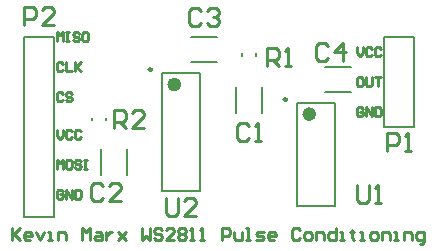
<source format=gto>
G04*
G04 #@! TF.GenerationSoftware,Altium Limited,Altium Designer,20.2.6 (244)*
G04*
G04 Layer_Color=65535*
%FSLAX25Y25*%
%MOIN*%
G70*
G04*
G04 #@! TF.SameCoordinates,218AD5E3-DD01-4129-9E62-BF2858C15206*
G04*
G04*
G04 #@! TF.FilePolarity,Positive*
G04*
G01*
G75*
%ADD10C,0.02362*%
%ADD11C,0.00984*%
%ADD12C,0.00787*%
%ADD13C,0.01000*%
D10*
X276319Y328996D02*
G03*
X276319Y328996I-1181J0D01*
G01*
X321319Y319134D02*
G03*
X321319Y319134I-1181J0D01*
G01*
D11*
X267657Y333996D02*
G03*
X267657Y333996I-492J0D01*
G01*
X312657Y323996D02*
G03*
X312657Y323996I-492J0D01*
G01*
D12*
X225000Y285000D02*
X235000D01*
X225000Y345000D02*
X235000D01*
Y285000D02*
Y345000D01*
X225000Y285000D02*
Y345000D01*
X345000Y315000D02*
Y345000D01*
Y315000D02*
X355000D01*
Y345000D01*
X345000D02*
X355000D01*
X280669Y336516D02*
X289331D01*
X280669Y344980D02*
X289331D01*
X304232Y319370D02*
Y328031D01*
X295768Y319370D02*
Y328031D01*
X302264Y338602D02*
Y339390D01*
X297736Y338602D02*
Y339390D01*
X252264Y317106D02*
Y317894D01*
X247736Y317106D02*
Y317894D01*
X250768Y298917D02*
Y307579D01*
X259232Y298917D02*
Y307579D01*
X325217Y326516D02*
X333878D01*
X325217Y334980D02*
X333878D01*
X271201Y293563D02*
X283799D01*
X271201Y332933D02*
X283799D01*
Y293563D02*
Y332933D01*
X271201Y293563D02*
Y332933D01*
X316201Y288524D02*
X328799D01*
X316201Y322972D02*
X328799D01*
Y288524D02*
Y322972D01*
X316201Y288524D02*
Y322972D01*
D13*
X225002Y348753D02*
Y354751D01*
X228001D01*
X229000Y353751D01*
Y351752D01*
X228001Y350752D01*
X225002D01*
X234998Y348753D02*
X231000D01*
X234998Y352752D01*
Y353751D01*
X233999Y354751D01*
X231999D01*
X231000Y353751D01*
X346001Y307001D02*
Y312999D01*
X349000D01*
X350000Y311999D01*
Y310000D01*
X349000Y309000D01*
X346001D01*
X351999Y307001D02*
X353999D01*
X352999D01*
Y312999D01*
X351999Y311999D01*
X284049Y353396D02*
X283049Y354396D01*
X281050D01*
X280050Y353396D01*
Y349398D01*
X281050Y348398D01*
X283049D01*
X284049Y349398D01*
X286048Y353396D02*
X287048Y354396D01*
X289047D01*
X290047Y353396D01*
Y352397D01*
X289047Y351397D01*
X288047D01*
X289047D01*
X290047Y350397D01*
Y349398D01*
X289047Y348398D01*
X287048D01*
X286048Y349398D01*
X300000Y315247D02*
X299000Y316247D01*
X297001D01*
X296001Y315247D01*
Y311249D01*
X297001Y310249D01*
X299000D01*
X300000Y311249D01*
X301999Y310249D02*
X303999D01*
X302999D01*
Y316247D01*
X301999Y315247D01*
X306001Y335249D02*
Y341247D01*
X309000D01*
X310000Y340247D01*
Y338248D01*
X309000Y337248D01*
X306001D01*
X308001D02*
X310000Y335249D01*
X311999D02*
X313999D01*
X312999D01*
Y341247D01*
X311999Y340247D01*
X255002Y314501D02*
Y320499D01*
X258001D01*
X259000Y319499D01*
Y317500D01*
X258001Y316500D01*
X255002D01*
X257001D02*
X259000Y314501D01*
X264998D02*
X261000D01*
X264998Y318500D01*
Y319499D01*
X263999Y320499D01*
X261999D01*
X261000Y319499D01*
X251500Y295247D02*
X250501Y296247D01*
X248501D01*
X247502Y295247D01*
Y291249D01*
X248501Y290249D01*
X250501D01*
X251500Y291249D01*
X257498Y290249D02*
X253500D01*
X257498Y294248D01*
Y295247D01*
X256499Y296247D01*
X254499D01*
X253500Y295247D01*
X326500Y341999D02*
X325501Y342999D01*
X323501D01*
X322502Y341999D01*
Y338001D01*
X323501Y337001D01*
X325501D01*
X326500Y338001D01*
X331499Y337001D02*
Y342999D01*
X328500Y340000D01*
X332498D01*
X272502Y291247D02*
Y286249D01*
X273501Y285249D01*
X275501D01*
X276500Y286249D01*
Y291247D01*
X282498Y285249D02*
X278500D01*
X282498Y289248D01*
Y290247D01*
X281499Y291247D01*
X279499D01*
X278500Y290247D01*
X336001Y295499D02*
Y290501D01*
X337001Y289501D01*
X339000D01*
X340000Y290501D01*
Y295499D01*
X341999Y289501D02*
X343999D01*
X342999D01*
Y295499D01*
X341999Y294499D01*
X237999Y293499D02*
X237499Y293999D01*
X236500D01*
X236000Y293499D01*
Y291500D01*
X236500Y291000D01*
X237499D01*
X237999Y291500D01*
Y292499D01*
X237000D01*
X238999Y291000D02*
Y293999D01*
X240998Y291000D01*
Y293999D01*
X241998D02*
Y291000D01*
X243498D01*
X243997Y291500D01*
Y293499D01*
X243498Y293999D01*
X241998D01*
X237999Y325999D02*
X237499Y326499D01*
X236500D01*
X236000Y325999D01*
Y324000D01*
X236500Y323500D01*
X237499D01*
X237999Y324000D01*
X240998Y325999D02*
X240498Y326499D01*
X239499D01*
X238999Y325999D01*
Y325499D01*
X239499Y324999D01*
X240498D01*
X240998Y324500D01*
Y324000D01*
X240498Y323500D01*
X239499D01*
X238999Y324000D01*
X336000Y341499D02*
Y339500D01*
X337000Y338500D01*
X337999Y339500D01*
Y341499D01*
X340998Y340999D02*
X340498Y341499D01*
X339499D01*
X338999Y340999D01*
Y339000D01*
X339499Y338500D01*
X340498D01*
X340998Y339000D01*
X343997Y340999D02*
X343498Y341499D01*
X342498D01*
X341998Y340999D01*
Y339000D01*
X342498Y338500D01*
X343498D01*
X343997Y339000D01*
X236000Y313999D02*
Y312000D01*
X237000Y311000D01*
X237999Y312000D01*
Y313999D01*
X240998Y313499D02*
X240498Y313999D01*
X239499D01*
X238999Y313499D01*
Y311500D01*
X239499Y311000D01*
X240498D01*
X240998Y311500D01*
X243997Y313499D02*
X243498Y313999D01*
X242498D01*
X241998Y313499D01*
Y311500D01*
X242498Y311000D01*
X243498D01*
X243997Y311500D01*
X236000Y301000D02*
Y303999D01*
X237000Y302999D01*
X237999Y303999D01*
Y301000D01*
X240498Y303999D02*
X239499D01*
X238999Y303499D01*
Y301500D01*
X239499Y301000D01*
X240498D01*
X240998Y301500D01*
Y303499D01*
X240498Y303999D01*
X243997Y303499D02*
X243498Y303999D01*
X242498D01*
X241998Y303499D01*
Y302999D01*
X242498Y302500D01*
X243498D01*
X243997Y302000D01*
Y301500D01*
X243498Y301000D01*
X242498D01*
X241998Y301500D01*
X244997Y303999D02*
X245997D01*
X245497D01*
Y301000D01*
X244997D01*
X245997D01*
X237999Y335999D02*
X237499Y336499D01*
X236500D01*
X236000Y335999D01*
Y334000D01*
X236500Y333500D01*
X237499D01*
X237999Y334000D01*
X238999Y336499D02*
Y333500D01*
X240998D01*
X241998Y336499D02*
Y333500D01*
Y334500D01*
X243997Y336499D01*
X242498Y334999D01*
X243997Y333500D01*
X236000Y343500D02*
Y346499D01*
X237000Y345499D01*
X237999Y346499D01*
Y343500D01*
X238999Y346499D02*
X239999D01*
X239499D01*
Y343500D01*
X238999D01*
X239999D01*
X243498Y345999D02*
X242998Y346499D01*
X241998D01*
X241498Y345999D01*
Y345499D01*
X241998Y345000D01*
X242998D01*
X243498Y344500D01*
Y344000D01*
X242998Y343500D01*
X241998D01*
X241498Y344000D01*
X245997Y346499D02*
X244997D01*
X244497Y345999D01*
Y344000D01*
X244997Y343500D01*
X245997D01*
X246497Y344000D01*
Y345999D01*
X245997Y346499D01*
X337999Y320999D02*
X337499Y321499D01*
X336500D01*
X336000Y320999D01*
Y319000D01*
X336500Y318500D01*
X337499D01*
X337999Y319000D01*
Y320000D01*
X337000D01*
X338999Y318500D02*
Y321499D01*
X340998Y318500D01*
Y321499D01*
X341998D02*
Y318500D01*
X343498D01*
X343997Y319000D01*
Y320999D01*
X343498Y321499D01*
X341998D01*
X337499Y331499D02*
X336500D01*
X336000Y330999D01*
Y329000D01*
X336500Y328500D01*
X337499D01*
X337999Y329000D01*
Y330999D01*
X337499Y331499D01*
X338999D02*
Y329000D01*
X339499Y328500D01*
X340498D01*
X340998Y329000D01*
Y331499D01*
X341998D02*
X343997D01*
X342998D01*
Y328500D01*
X221000Y281332D02*
Y277333D01*
Y278666D01*
X223666Y281332D01*
X221666Y279332D01*
X223666Y277333D01*
X226998D02*
X225665D01*
X224999Y277999D01*
Y279332D01*
X225665Y279999D01*
X226998D01*
X227664Y279332D01*
Y278666D01*
X224999D01*
X228997Y279999D02*
X230330Y277333D01*
X231663Y279999D01*
X232996Y277333D02*
X234329D01*
X233663D01*
Y279999D01*
X232996D01*
X236328Y277333D02*
Y279999D01*
X238328D01*
X238994Y279332D01*
Y277333D01*
X244326D02*
Y281332D01*
X245659Y279999D01*
X246992Y281332D01*
Y277333D01*
X248991Y279999D02*
X250324D01*
X250990Y279332D01*
Y277333D01*
X248991D01*
X248324Y277999D01*
X248991Y278666D01*
X250990D01*
X252323Y279999D02*
Y277333D01*
Y278666D01*
X252990Y279332D01*
X253656Y279999D01*
X254323D01*
X256322D02*
X258988Y277333D01*
X257655Y278666D01*
X258988Y279999D01*
X256322Y277333D01*
X264319Y281332D02*
Y277333D01*
X265652Y278666D01*
X266985Y277333D01*
Y281332D01*
X270984Y280665D02*
X270317Y281332D01*
X268985D01*
X268318Y280665D01*
Y279999D01*
X268985Y279332D01*
X270317D01*
X270984Y278666D01*
Y277999D01*
X270317Y277333D01*
X268985D01*
X268318Y277999D01*
X274983Y277333D02*
X272317D01*
X274983Y279999D01*
Y280665D01*
X274316Y281332D01*
X272983D01*
X272317Y280665D01*
X276315D02*
X276982Y281332D01*
X278315D01*
X278981Y280665D01*
Y279999D01*
X278315Y279332D01*
X278981Y278666D01*
Y277999D01*
X278315Y277333D01*
X276982D01*
X276315Y277999D01*
Y278666D01*
X276982Y279332D01*
X276315Y279999D01*
Y280665D01*
X276982Y279332D02*
X278315D01*
X280314Y277333D02*
X281647D01*
X280981D01*
Y281332D01*
X280314Y280665D01*
X283646Y277333D02*
X284979D01*
X284313D01*
Y281332D01*
X283646Y280665D01*
X290977Y277333D02*
Y281332D01*
X292977D01*
X293643Y280665D01*
Y279332D01*
X292977Y278666D01*
X290977D01*
X294976Y279999D02*
Y277999D01*
X295643Y277333D01*
X297642D01*
Y279999D01*
X298975Y277333D02*
X300308D01*
X299641D01*
Y281332D01*
X298975D01*
X302307Y277333D02*
X304307D01*
X304973Y277999D01*
X304307Y278666D01*
X302974D01*
X302307Y279332D01*
X302974Y279999D01*
X304973D01*
X308305Y277333D02*
X306972D01*
X306306Y277999D01*
Y279332D01*
X306972Y279999D01*
X308305D01*
X308972Y279332D01*
Y278666D01*
X306306D01*
X316969Y280665D02*
X316303Y281332D01*
X314970D01*
X314303Y280665D01*
Y277999D01*
X314970Y277333D01*
X316303D01*
X316969Y277999D01*
X318968Y277333D02*
X320301D01*
X320968Y277999D01*
Y279332D01*
X320301Y279999D01*
X318968D01*
X318302Y279332D01*
Y277999D01*
X318968Y277333D01*
X322301D02*
Y279999D01*
X324300D01*
X324967Y279332D01*
Y277333D01*
X328965Y281332D02*
Y277333D01*
X326966D01*
X326299Y277999D01*
Y279332D01*
X326966Y279999D01*
X328965D01*
X330298Y277333D02*
X331631D01*
X330964D01*
Y279999D01*
X330298D01*
X334297Y280665D02*
Y279999D01*
X333630D01*
X334963D01*
X334297D01*
Y277999D01*
X334963Y277333D01*
X336963D02*
X338296D01*
X337629D01*
Y279999D01*
X336963D01*
X340961Y277333D02*
X342294D01*
X342961Y277999D01*
Y279332D01*
X342294Y279999D01*
X340961D01*
X340295Y279332D01*
Y277999D01*
X340961Y277333D01*
X344294D02*
Y279999D01*
X346293D01*
X346959Y279332D01*
Y277333D01*
X348292D02*
X349625D01*
X348959D01*
Y279999D01*
X348292D01*
X351624Y277333D02*
Y279999D01*
X353624D01*
X354290Y279332D01*
Y277333D01*
X356956Y276000D02*
X357623D01*
X358289Y276666D01*
Y279999D01*
X356290D01*
X355623Y279332D01*
Y277999D01*
X356290Y277333D01*
X358289D01*
M02*

</source>
